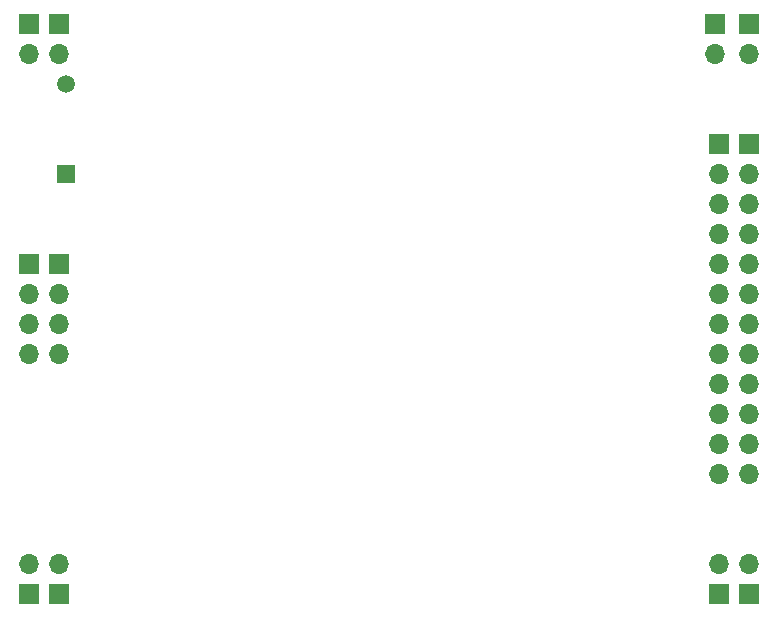
<source format=gbr>
%TF.GenerationSoftware,KiCad,Pcbnew,(6.0.5)*%
%TF.CreationDate,2022-07-26T20:57:12+02:00*%
%TF.ProjectId,Clock,436c6f63-6b2e-46b6-9963-61645f706362,rev?*%
%TF.SameCoordinates,Original*%
%TF.FileFunction,Soldermask,Bot*%
%TF.FilePolarity,Negative*%
%FSLAX46Y46*%
G04 Gerber Fmt 4.6, Leading zero omitted, Abs format (unit mm)*
G04 Created by KiCad (PCBNEW (6.0.5)) date 2022-07-26 20:57:12*
%MOMM*%
%LPD*%
G01*
G04 APERTURE LIST*
%ADD10R,1.509000X1.509000*%
%ADD11C,1.509000*%
%ADD12R,1.700000X1.700000*%
%ADD13O,1.700000X1.700000*%
G04 APERTURE END LIST*
D10*
%TO.C,S1*%
X84455000Y-109220000D03*
D11*
X84455000Y-101600000D03*
%TD*%
D12*
%TO.C,J9*%
X81280000Y-96520000D03*
D13*
X81280000Y-99060000D03*
%TD*%
D12*
%TO.C,J11*%
X139700000Y-106680000D03*
D13*
X139700000Y-109220000D03*
X139700000Y-111760000D03*
X139700000Y-114300000D03*
X139700000Y-116840000D03*
X139700000Y-119380000D03*
X139700000Y-121920000D03*
X139700000Y-124460000D03*
X139700000Y-127000000D03*
X139700000Y-129540000D03*
X139700000Y-132080000D03*
X139700000Y-134620000D03*
%TD*%
D12*
%TO.C,J8*%
X142240000Y-106680000D03*
D13*
X142240000Y-109220000D03*
X142240000Y-111760000D03*
X142240000Y-114300000D03*
X142240000Y-116840000D03*
X142240000Y-119380000D03*
X142240000Y-121920000D03*
X142240000Y-124460000D03*
X142240000Y-127000000D03*
X142240000Y-129540000D03*
X142240000Y-132080000D03*
X142240000Y-134620000D03*
%TD*%
D12*
%TO.C,J4*%
X142240000Y-96520000D03*
D13*
X142240000Y-99060000D03*
%TD*%
D12*
%TO.C,J5*%
X81280000Y-116840000D03*
D13*
X81280000Y-119380000D03*
X81280000Y-121920000D03*
X81280000Y-124460000D03*
%TD*%
D12*
%TO.C,J1*%
X139382500Y-96520000D03*
D13*
X139382500Y-99060000D03*
%TD*%
D12*
%TO.C,J3*%
X83820000Y-144785000D03*
D13*
X83820000Y-142245000D03*
%TD*%
D12*
%TO.C,J12*%
X83820000Y-96520000D03*
D13*
X83820000Y-99060000D03*
%TD*%
D12*
%TO.C,J6*%
X81280000Y-144785000D03*
D13*
X81280000Y-142245000D03*
%TD*%
D12*
%TO.C,J2*%
X83820000Y-116840000D03*
D13*
X83820000Y-119380000D03*
X83820000Y-121920000D03*
X83820000Y-124460000D03*
%TD*%
D12*
%TO.C,J10*%
X142240000Y-144780000D03*
D13*
X142240000Y-142240000D03*
%TD*%
D12*
%TO.C,J7*%
X139700000Y-144780000D03*
D13*
X139700000Y-142240000D03*
%TD*%
M02*

</source>
